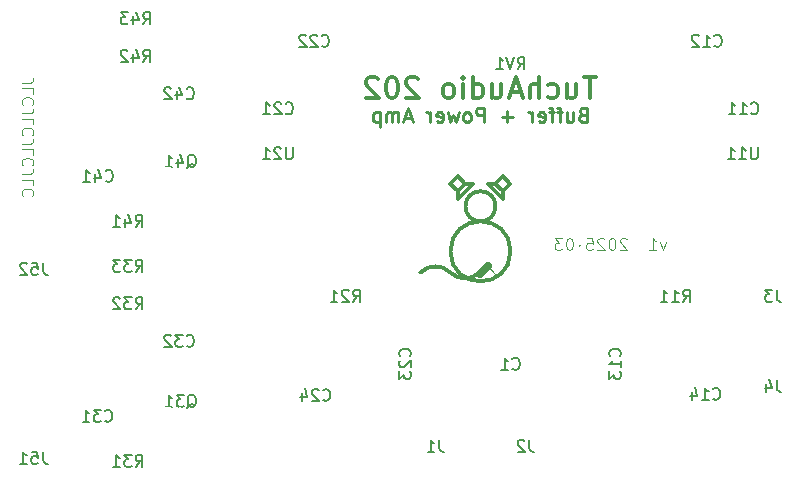
<source format=gbo>
G04 #@! TF.GenerationSoftware,KiCad,Pcbnew,8.0.9*
G04 #@! TF.CreationDate,2025-03-02T13:58:42+01:00*
G04 #@! TF.ProjectId,cjss202,636a7373-3230-4322-9e6b-696361645f70,rev?*
G04 #@! TF.SameCoordinates,Original*
G04 #@! TF.FileFunction,Legend,Bot*
G04 #@! TF.FilePolarity,Positive*
%FSLAX46Y46*%
G04 Gerber Fmt 4.6, Leading zero omitted, Abs format (unit mm)*
G04 Created by KiCad (PCBNEW 8.0.9) date 2025-03-02 13:58:42*
%MOMM*%
%LPD*%
G01*
G04 APERTURE LIST*
%ADD10C,0.300000*%
%ADD11C,0.100000*%
%ADD12C,0.700000*%
%ADD13C,0.240000*%
%ADD14C,0.360000*%
%ADD15C,0.150000*%
%ADD16C,1.600000*%
%ADD17R,1.700000X1.700000*%
%ADD18O,1.700000X1.700000*%
%ADD19R,1.200000X1.200000*%
%ADD20C,1.200000*%
%ADD21C,3.200000*%
%ADD22R,2.000000X2.000000*%
%ADD23C,2.000000*%
%ADD24O,1.600000X1.600000*%
%ADD25R,2.400000X2.400000*%
%ADD26C,2.400000*%
%ADD27C,2.340000*%
%ADD28R,1.050000X1.500000*%
%ADD29O,1.050000X1.500000*%
%ADD30R,1.600000X1.600000*%
%ADD31C,5.600000*%
G04 APERTURE END LIST*
D10*
X67256746Y-49365356D02*
G75*
G02*
X64769954Y-49421097I-1270046J1161056D01*
G01*
X65405000Y-43180000D02*
X66675000Y-41910000D01*
X69215000Y-42545000D02*
X69850000Y-41910000D01*
X67945000Y-41910000D02*
X68580000Y-42545000D01*
D11*
X67945000Y-48895000D02*
X68580000Y-49530000D01*
D10*
X69850000Y-47625000D02*
G75*
G02*
X64770000Y-47625000I-2540000J0D01*
G01*
X64770000Y-47625000D02*
G75*
G02*
X69850000Y-47625000I2540000J0D01*
G01*
X64770000Y-41910000D02*
X65405000Y-41275000D01*
X65405000Y-41275000D02*
X66040000Y-41910000D01*
X68580000Y-41910000D02*
X69215000Y-42545000D01*
X65405000Y-42545000D02*
X65405000Y-43180000D01*
X68580000Y-43815000D02*
G75*
G02*
X66040000Y-43815000I-1270000J0D01*
G01*
X66040000Y-43815000D02*
G75*
G02*
X68580000Y-43815000I1270000J0D01*
G01*
X69215000Y-41275000D02*
X68580000Y-41910000D01*
X65405000Y-42545000D02*
X64770000Y-41910000D01*
X69215000Y-43180000D02*
X69215000Y-42545000D01*
D12*
X67310000Y-49530000D02*
X67945000Y-48895000D01*
D10*
X66040000Y-41910000D02*
X65405000Y-42545000D01*
X69850000Y-41910000D02*
X69215000Y-41275000D01*
X66675000Y-41910000D02*
X66040000Y-41910000D01*
X68580000Y-41910000D02*
X67945000Y-41910000D01*
X68580000Y-42545000D02*
X69215000Y-43180000D01*
X62230000Y-49421051D02*
G75*
G02*
X64770000Y-49421051I1270000J-1270001D01*
G01*
D11*
X82976353Y-46830752D02*
X82738258Y-47497419D01*
X82738258Y-47497419D02*
X82500163Y-46830752D01*
X81595401Y-47497419D02*
X82166829Y-47497419D01*
X81881115Y-47497419D02*
X81881115Y-46497419D01*
X81881115Y-46497419D02*
X81976353Y-46640276D01*
X81976353Y-46640276D02*
X82071591Y-46735514D01*
X82071591Y-46735514D02*
X82166829Y-46783133D01*
X79690638Y-46592657D02*
X79643019Y-46545038D01*
X79643019Y-46545038D02*
X79547781Y-46497419D01*
X79547781Y-46497419D02*
X79309686Y-46497419D01*
X79309686Y-46497419D02*
X79214448Y-46545038D01*
X79214448Y-46545038D02*
X79166829Y-46592657D01*
X79166829Y-46592657D02*
X79119210Y-46687895D01*
X79119210Y-46687895D02*
X79119210Y-46783133D01*
X79119210Y-46783133D02*
X79166829Y-46925990D01*
X79166829Y-46925990D02*
X79738257Y-47497419D01*
X79738257Y-47497419D02*
X79119210Y-47497419D01*
X78500162Y-46497419D02*
X78404924Y-46497419D01*
X78404924Y-46497419D02*
X78309686Y-46545038D01*
X78309686Y-46545038D02*
X78262067Y-46592657D01*
X78262067Y-46592657D02*
X78214448Y-46687895D01*
X78214448Y-46687895D02*
X78166829Y-46878371D01*
X78166829Y-46878371D02*
X78166829Y-47116466D01*
X78166829Y-47116466D02*
X78214448Y-47306942D01*
X78214448Y-47306942D02*
X78262067Y-47402180D01*
X78262067Y-47402180D02*
X78309686Y-47449800D01*
X78309686Y-47449800D02*
X78404924Y-47497419D01*
X78404924Y-47497419D02*
X78500162Y-47497419D01*
X78500162Y-47497419D02*
X78595400Y-47449800D01*
X78595400Y-47449800D02*
X78643019Y-47402180D01*
X78643019Y-47402180D02*
X78690638Y-47306942D01*
X78690638Y-47306942D02*
X78738257Y-47116466D01*
X78738257Y-47116466D02*
X78738257Y-46878371D01*
X78738257Y-46878371D02*
X78690638Y-46687895D01*
X78690638Y-46687895D02*
X78643019Y-46592657D01*
X78643019Y-46592657D02*
X78595400Y-46545038D01*
X78595400Y-46545038D02*
X78500162Y-46497419D01*
X77785876Y-46592657D02*
X77738257Y-46545038D01*
X77738257Y-46545038D02*
X77643019Y-46497419D01*
X77643019Y-46497419D02*
X77404924Y-46497419D01*
X77404924Y-46497419D02*
X77309686Y-46545038D01*
X77309686Y-46545038D02*
X77262067Y-46592657D01*
X77262067Y-46592657D02*
X77214448Y-46687895D01*
X77214448Y-46687895D02*
X77214448Y-46783133D01*
X77214448Y-46783133D02*
X77262067Y-46925990D01*
X77262067Y-46925990D02*
X77833495Y-47497419D01*
X77833495Y-47497419D02*
X77214448Y-47497419D01*
X76309686Y-46497419D02*
X76785876Y-46497419D01*
X76785876Y-46497419D02*
X76833495Y-46973609D01*
X76833495Y-46973609D02*
X76785876Y-46925990D01*
X76785876Y-46925990D02*
X76690638Y-46878371D01*
X76690638Y-46878371D02*
X76452543Y-46878371D01*
X76452543Y-46878371D02*
X76357305Y-46925990D01*
X76357305Y-46925990D02*
X76309686Y-46973609D01*
X76309686Y-46973609D02*
X76262067Y-47068847D01*
X76262067Y-47068847D02*
X76262067Y-47306942D01*
X76262067Y-47306942D02*
X76309686Y-47402180D01*
X76309686Y-47402180D02*
X76357305Y-47449800D01*
X76357305Y-47449800D02*
X76452543Y-47497419D01*
X76452543Y-47497419D02*
X76690638Y-47497419D01*
X76690638Y-47497419D02*
X76785876Y-47449800D01*
X76785876Y-47449800D02*
X76833495Y-47402180D01*
X75690638Y-47068847D02*
X75738257Y-47116466D01*
X75738257Y-47116466D02*
X75690638Y-47164085D01*
X75690638Y-47164085D02*
X75643019Y-47116466D01*
X75643019Y-47116466D02*
X75690638Y-47068847D01*
X75690638Y-47068847D02*
X75690638Y-47164085D01*
X74881114Y-46497419D02*
X74785876Y-46497419D01*
X74785876Y-46497419D02*
X74690638Y-46545038D01*
X74690638Y-46545038D02*
X74643019Y-46592657D01*
X74643019Y-46592657D02*
X74595400Y-46687895D01*
X74595400Y-46687895D02*
X74547781Y-46878371D01*
X74547781Y-46878371D02*
X74547781Y-47116466D01*
X74547781Y-47116466D02*
X74595400Y-47306942D01*
X74595400Y-47306942D02*
X74643019Y-47402180D01*
X74643019Y-47402180D02*
X74690638Y-47449800D01*
X74690638Y-47449800D02*
X74785876Y-47497419D01*
X74785876Y-47497419D02*
X74881114Y-47497419D01*
X74881114Y-47497419D02*
X74976352Y-47449800D01*
X74976352Y-47449800D02*
X75023971Y-47402180D01*
X75023971Y-47402180D02*
X75071590Y-47306942D01*
X75071590Y-47306942D02*
X75119209Y-47116466D01*
X75119209Y-47116466D02*
X75119209Y-46878371D01*
X75119209Y-46878371D02*
X75071590Y-46687895D01*
X75071590Y-46687895D02*
X75023971Y-46592657D01*
X75023971Y-46592657D02*
X74976352Y-46545038D01*
X74976352Y-46545038D02*
X74881114Y-46497419D01*
X74214447Y-46497419D02*
X73595400Y-46497419D01*
X73595400Y-46497419D02*
X73928733Y-46878371D01*
X73928733Y-46878371D02*
X73785876Y-46878371D01*
X73785876Y-46878371D02*
X73690638Y-46925990D01*
X73690638Y-46925990D02*
X73643019Y-46973609D01*
X73643019Y-46973609D02*
X73595400Y-47068847D01*
X73595400Y-47068847D02*
X73595400Y-47306942D01*
X73595400Y-47306942D02*
X73643019Y-47402180D01*
X73643019Y-47402180D02*
X73690638Y-47449800D01*
X73690638Y-47449800D02*
X73785876Y-47497419D01*
X73785876Y-47497419D02*
X74071590Y-47497419D01*
X74071590Y-47497419D02*
X74166828Y-47449800D01*
X74166828Y-47449800D02*
X74214447Y-47402180D01*
D13*
X75967141Y-36042091D02*
X75795713Y-36099234D01*
X75795713Y-36099234D02*
X75738570Y-36156377D01*
X75738570Y-36156377D02*
X75681427Y-36270662D01*
X75681427Y-36270662D02*
X75681427Y-36442091D01*
X75681427Y-36442091D02*
X75738570Y-36556377D01*
X75738570Y-36556377D02*
X75795713Y-36613520D01*
X75795713Y-36613520D02*
X75909998Y-36670662D01*
X75909998Y-36670662D02*
X76367141Y-36670662D01*
X76367141Y-36670662D02*
X76367141Y-35470662D01*
X76367141Y-35470662D02*
X75967141Y-35470662D01*
X75967141Y-35470662D02*
X75852856Y-35527805D01*
X75852856Y-35527805D02*
X75795713Y-35584948D01*
X75795713Y-35584948D02*
X75738570Y-35699234D01*
X75738570Y-35699234D02*
X75738570Y-35813520D01*
X75738570Y-35813520D02*
X75795713Y-35927805D01*
X75795713Y-35927805D02*
X75852856Y-35984948D01*
X75852856Y-35984948D02*
X75967141Y-36042091D01*
X75967141Y-36042091D02*
X76367141Y-36042091D01*
X74652856Y-35870662D02*
X74652856Y-36670662D01*
X75167141Y-35870662D02*
X75167141Y-36499234D01*
X75167141Y-36499234D02*
X75109998Y-36613520D01*
X75109998Y-36613520D02*
X74995713Y-36670662D01*
X74995713Y-36670662D02*
X74824284Y-36670662D01*
X74824284Y-36670662D02*
X74709998Y-36613520D01*
X74709998Y-36613520D02*
X74652856Y-36556377D01*
X74252856Y-35870662D02*
X73795713Y-35870662D01*
X74081427Y-36670662D02*
X74081427Y-35642091D01*
X74081427Y-35642091D02*
X74024284Y-35527805D01*
X74024284Y-35527805D02*
X73909999Y-35470662D01*
X73909999Y-35470662D02*
X73795713Y-35470662D01*
X73567142Y-35870662D02*
X73109999Y-35870662D01*
X73395713Y-36670662D02*
X73395713Y-35642091D01*
X73395713Y-35642091D02*
X73338570Y-35527805D01*
X73338570Y-35527805D02*
X73224285Y-35470662D01*
X73224285Y-35470662D02*
X73109999Y-35470662D01*
X72252856Y-36613520D02*
X72367142Y-36670662D01*
X72367142Y-36670662D02*
X72595714Y-36670662D01*
X72595714Y-36670662D02*
X72709999Y-36613520D01*
X72709999Y-36613520D02*
X72767142Y-36499234D01*
X72767142Y-36499234D02*
X72767142Y-36042091D01*
X72767142Y-36042091D02*
X72709999Y-35927805D01*
X72709999Y-35927805D02*
X72595714Y-35870662D01*
X72595714Y-35870662D02*
X72367142Y-35870662D01*
X72367142Y-35870662D02*
X72252856Y-35927805D01*
X72252856Y-35927805D02*
X72195714Y-36042091D01*
X72195714Y-36042091D02*
X72195714Y-36156377D01*
X72195714Y-36156377D02*
X72767142Y-36270662D01*
X71681428Y-36670662D02*
X71681428Y-35870662D01*
X71681428Y-36099234D02*
X71624285Y-35984948D01*
X71624285Y-35984948D02*
X71567143Y-35927805D01*
X71567143Y-35927805D02*
X71452857Y-35870662D01*
X71452857Y-35870662D02*
X71338571Y-35870662D01*
X70024285Y-36213520D02*
X69110000Y-36213520D01*
X69567142Y-36670662D02*
X69567142Y-35756377D01*
X67624285Y-36670662D02*
X67624285Y-35470662D01*
X67624285Y-35470662D02*
X67167142Y-35470662D01*
X67167142Y-35470662D02*
X67052857Y-35527805D01*
X67052857Y-35527805D02*
X66995714Y-35584948D01*
X66995714Y-35584948D02*
X66938571Y-35699234D01*
X66938571Y-35699234D02*
X66938571Y-35870662D01*
X66938571Y-35870662D02*
X66995714Y-35984948D01*
X66995714Y-35984948D02*
X67052857Y-36042091D01*
X67052857Y-36042091D02*
X67167142Y-36099234D01*
X67167142Y-36099234D02*
X67624285Y-36099234D01*
X66252857Y-36670662D02*
X66367142Y-36613520D01*
X66367142Y-36613520D02*
X66424285Y-36556377D01*
X66424285Y-36556377D02*
X66481428Y-36442091D01*
X66481428Y-36442091D02*
X66481428Y-36099234D01*
X66481428Y-36099234D02*
X66424285Y-35984948D01*
X66424285Y-35984948D02*
X66367142Y-35927805D01*
X66367142Y-35927805D02*
X66252857Y-35870662D01*
X66252857Y-35870662D02*
X66081428Y-35870662D01*
X66081428Y-35870662D02*
X65967142Y-35927805D01*
X65967142Y-35927805D02*
X65910000Y-35984948D01*
X65910000Y-35984948D02*
X65852857Y-36099234D01*
X65852857Y-36099234D02*
X65852857Y-36442091D01*
X65852857Y-36442091D02*
X65910000Y-36556377D01*
X65910000Y-36556377D02*
X65967142Y-36613520D01*
X65967142Y-36613520D02*
X66081428Y-36670662D01*
X66081428Y-36670662D02*
X66252857Y-36670662D01*
X65452857Y-35870662D02*
X65224286Y-36670662D01*
X65224286Y-36670662D02*
X64995714Y-36099234D01*
X64995714Y-36099234D02*
X64767143Y-36670662D01*
X64767143Y-36670662D02*
X64538571Y-35870662D01*
X63624285Y-36613520D02*
X63738571Y-36670662D01*
X63738571Y-36670662D02*
X63967143Y-36670662D01*
X63967143Y-36670662D02*
X64081428Y-36613520D01*
X64081428Y-36613520D02*
X64138571Y-36499234D01*
X64138571Y-36499234D02*
X64138571Y-36042091D01*
X64138571Y-36042091D02*
X64081428Y-35927805D01*
X64081428Y-35927805D02*
X63967143Y-35870662D01*
X63967143Y-35870662D02*
X63738571Y-35870662D01*
X63738571Y-35870662D02*
X63624285Y-35927805D01*
X63624285Y-35927805D02*
X63567143Y-36042091D01*
X63567143Y-36042091D02*
X63567143Y-36156377D01*
X63567143Y-36156377D02*
X64138571Y-36270662D01*
X63052857Y-36670662D02*
X63052857Y-35870662D01*
X63052857Y-36099234D02*
X62995714Y-35984948D01*
X62995714Y-35984948D02*
X62938572Y-35927805D01*
X62938572Y-35927805D02*
X62824286Y-35870662D01*
X62824286Y-35870662D02*
X62710000Y-35870662D01*
X61452857Y-36327805D02*
X60881429Y-36327805D01*
X61567143Y-36670662D02*
X61167143Y-35470662D01*
X61167143Y-35470662D02*
X60767143Y-36670662D01*
X60367143Y-36670662D02*
X60367143Y-35870662D01*
X60367143Y-35984948D02*
X60310000Y-35927805D01*
X60310000Y-35927805D02*
X60195715Y-35870662D01*
X60195715Y-35870662D02*
X60024286Y-35870662D01*
X60024286Y-35870662D02*
X59910000Y-35927805D01*
X59910000Y-35927805D02*
X59852858Y-36042091D01*
X59852858Y-36042091D02*
X59852858Y-36670662D01*
X59852858Y-36042091D02*
X59795715Y-35927805D01*
X59795715Y-35927805D02*
X59681429Y-35870662D01*
X59681429Y-35870662D02*
X59510000Y-35870662D01*
X59510000Y-35870662D02*
X59395715Y-35927805D01*
X59395715Y-35927805D02*
X59338572Y-36042091D01*
X59338572Y-36042091D02*
X59338572Y-36670662D01*
X58767143Y-35870662D02*
X58767143Y-37070662D01*
X58767143Y-35927805D02*
X58652858Y-35870662D01*
X58652858Y-35870662D02*
X58424286Y-35870662D01*
X58424286Y-35870662D02*
X58310000Y-35927805D01*
X58310000Y-35927805D02*
X58252858Y-35984948D01*
X58252858Y-35984948D02*
X58195715Y-36099234D01*
X58195715Y-36099234D02*
X58195715Y-36442091D01*
X58195715Y-36442091D02*
X58252858Y-36556377D01*
X58252858Y-36556377D02*
X58310000Y-36613520D01*
X58310000Y-36613520D02*
X58424286Y-36670662D01*
X58424286Y-36670662D02*
X58652858Y-36670662D01*
X58652858Y-36670662D02*
X58767143Y-36613520D01*
D14*
X77061729Y-32885994D02*
X76033158Y-32885994D01*
X76547443Y-34685994D02*
X76547443Y-32885994D01*
X74661729Y-33485994D02*
X74661729Y-34685994D01*
X75433157Y-33485994D02*
X75433157Y-34428851D01*
X75433157Y-34428851D02*
X75347443Y-34600280D01*
X75347443Y-34600280D02*
X75176014Y-34685994D01*
X75176014Y-34685994D02*
X74918871Y-34685994D01*
X74918871Y-34685994D02*
X74747443Y-34600280D01*
X74747443Y-34600280D02*
X74661729Y-34514565D01*
X73033158Y-34600280D02*
X73204586Y-34685994D01*
X73204586Y-34685994D02*
X73547443Y-34685994D01*
X73547443Y-34685994D02*
X73718872Y-34600280D01*
X73718872Y-34600280D02*
X73804586Y-34514565D01*
X73804586Y-34514565D02*
X73890300Y-34343137D01*
X73890300Y-34343137D02*
X73890300Y-33828851D01*
X73890300Y-33828851D02*
X73804586Y-33657422D01*
X73804586Y-33657422D02*
X73718872Y-33571708D01*
X73718872Y-33571708D02*
X73547443Y-33485994D01*
X73547443Y-33485994D02*
X73204586Y-33485994D01*
X73204586Y-33485994D02*
X73033158Y-33571708D01*
X72261729Y-34685994D02*
X72261729Y-32885994D01*
X71490301Y-34685994D02*
X71490301Y-33743137D01*
X71490301Y-33743137D02*
X71576015Y-33571708D01*
X71576015Y-33571708D02*
X71747443Y-33485994D01*
X71747443Y-33485994D02*
X72004586Y-33485994D01*
X72004586Y-33485994D02*
X72176015Y-33571708D01*
X72176015Y-33571708D02*
X72261729Y-33657422D01*
X70718872Y-34171708D02*
X69861730Y-34171708D01*
X70890301Y-34685994D02*
X70290301Y-32885994D01*
X70290301Y-32885994D02*
X69690301Y-34685994D01*
X68318873Y-33485994D02*
X68318873Y-34685994D01*
X69090301Y-33485994D02*
X69090301Y-34428851D01*
X69090301Y-34428851D02*
X69004587Y-34600280D01*
X69004587Y-34600280D02*
X68833158Y-34685994D01*
X68833158Y-34685994D02*
X68576015Y-34685994D01*
X68576015Y-34685994D02*
X68404587Y-34600280D01*
X68404587Y-34600280D02*
X68318873Y-34514565D01*
X66690302Y-34685994D02*
X66690302Y-32885994D01*
X66690302Y-34600280D02*
X66861730Y-34685994D01*
X66861730Y-34685994D02*
X67204587Y-34685994D01*
X67204587Y-34685994D02*
X67376016Y-34600280D01*
X67376016Y-34600280D02*
X67461730Y-34514565D01*
X67461730Y-34514565D02*
X67547444Y-34343137D01*
X67547444Y-34343137D02*
X67547444Y-33828851D01*
X67547444Y-33828851D02*
X67461730Y-33657422D01*
X67461730Y-33657422D02*
X67376016Y-33571708D01*
X67376016Y-33571708D02*
X67204587Y-33485994D01*
X67204587Y-33485994D02*
X66861730Y-33485994D01*
X66861730Y-33485994D02*
X66690302Y-33571708D01*
X65833159Y-34685994D02*
X65833159Y-33485994D01*
X65833159Y-32885994D02*
X65918873Y-32971708D01*
X65918873Y-32971708D02*
X65833159Y-33057422D01*
X65833159Y-33057422D02*
X65747445Y-32971708D01*
X65747445Y-32971708D02*
X65833159Y-32885994D01*
X65833159Y-32885994D02*
X65833159Y-33057422D01*
X64718873Y-34685994D02*
X64890302Y-34600280D01*
X64890302Y-34600280D02*
X64976016Y-34514565D01*
X64976016Y-34514565D02*
X65061730Y-34343137D01*
X65061730Y-34343137D02*
X65061730Y-33828851D01*
X65061730Y-33828851D02*
X64976016Y-33657422D01*
X64976016Y-33657422D02*
X64890302Y-33571708D01*
X64890302Y-33571708D02*
X64718873Y-33485994D01*
X64718873Y-33485994D02*
X64461730Y-33485994D01*
X64461730Y-33485994D02*
X64290302Y-33571708D01*
X64290302Y-33571708D02*
X64204588Y-33657422D01*
X64204588Y-33657422D02*
X64118873Y-33828851D01*
X64118873Y-33828851D02*
X64118873Y-34343137D01*
X64118873Y-34343137D02*
X64204588Y-34514565D01*
X64204588Y-34514565D02*
X64290302Y-34600280D01*
X64290302Y-34600280D02*
X64461730Y-34685994D01*
X64461730Y-34685994D02*
X64718873Y-34685994D01*
X62061730Y-33057422D02*
X61976016Y-32971708D01*
X61976016Y-32971708D02*
X61804588Y-32885994D01*
X61804588Y-32885994D02*
X61376016Y-32885994D01*
X61376016Y-32885994D02*
X61204588Y-32971708D01*
X61204588Y-32971708D02*
X61118873Y-33057422D01*
X61118873Y-33057422D02*
X61033159Y-33228851D01*
X61033159Y-33228851D02*
X61033159Y-33400280D01*
X61033159Y-33400280D02*
X61118873Y-33657422D01*
X61118873Y-33657422D02*
X62147445Y-34685994D01*
X62147445Y-34685994D02*
X61033159Y-34685994D01*
X59918873Y-32885994D02*
X59747444Y-32885994D01*
X59747444Y-32885994D02*
X59576016Y-32971708D01*
X59576016Y-32971708D02*
X59490302Y-33057422D01*
X59490302Y-33057422D02*
X59404587Y-33228851D01*
X59404587Y-33228851D02*
X59318873Y-33571708D01*
X59318873Y-33571708D02*
X59318873Y-34000280D01*
X59318873Y-34000280D02*
X59404587Y-34343137D01*
X59404587Y-34343137D02*
X59490302Y-34514565D01*
X59490302Y-34514565D02*
X59576016Y-34600280D01*
X59576016Y-34600280D02*
X59747444Y-34685994D01*
X59747444Y-34685994D02*
X59918873Y-34685994D01*
X59918873Y-34685994D02*
X60090302Y-34600280D01*
X60090302Y-34600280D02*
X60176016Y-34514565D01*
X60176016Y-34514565D02*
X60261730Y-34343137D01*
X60261730Y-34343137D02*
X60347444Y-34000280D01*
X60347444Y-34000280D02*
X60347444Y-33571708D01*
X60347444Y-33571708D02*
X60261730Y-33228851D01*
X60261730Y-33228851D02*
X60176016Y-33057422D01*
X60176016Y-33057422D02*
X60090302Y-32971708D01*
X60090302Y-32971708D02*
X59918873Y-32885994D01*
X58633158Y-33057422D02*
X58547444Y-32971708D01*
X58547444Y-32971708D02*
X58376016Y-32885994D01*
X58376016Y-32885994D02*
X57947444Y-32885994D01*
X57947444Y-32885994D02*
X57776016Y-32971708D01*
X57776016Y-32971708D02*
X57690301Y-33057422D01*
X57690301Y-33057422D02*
X57604587Y-33228851D01*
X57604587Y-33228851D02*
X57604587Y-33400280D01*
X57604587Y-33400280D02*
X57690301Y-33657422D01*
X57690301Y-33657422D02*
X58718873Y-34685994D01*
X58718873Y-34685994D02*
X57604587Y-34685994D01*
D11*
X28463419Y-33355598D02*
X29177704Y-33355598D01*
X29177704Y-33355598D02*
X29320561Y-33307979D01*
X29320561Y-33307979D02*
X29415800Y-33212741D01*
X29415800Y-33212741D02*
X29463419Y-33069884D01*
X29463419Y-33069884D02*
X29463419Y-32974646D01*
X29463419Y-34307979D02*
X29463419Y-33831789D01*
X29463419Y-33831789D02*
X28463419Y-33831789D01*
X29368180Y-35212741D02*
X29415800Y-35165122D01*
X29415800Y-35165122D02*
X29463419Y-35022265D01*
X29463419Y-35022265D02*
X29463419Y-34927027D01*
X29463419Y-34927027D02*
X29415800Y-34784170D01*
X29415800Y-34784170D02*
X29320561Y-34688932D01*
X29320561Y-34688932D02*
X29225323Y-34641313D01*
X29225323Y-34641313D02*
X29034847Y-34593694D01*
X29034847Y-34593694D02*
X28891990Y-34593694D01*
X28891990Y-34593694D02*
X28701514Y-34641313D01*
X28701514Y-34641313D02*
X28606276Y-34688932D01*
X28606276Y-34688932D02*
X28511038Y-34784170D01*
X28511038Y-34784170D02*
X28463419Y-34927027D01*
X28463419Y-34927027D02*
X28463419Y-35022265D01*
X28463419Y-35022265D02*
X28511038Y-35165122D01*
X28511038Y-35165122D02*
X28558657Y-35212741D01*
X28463419Y-35927027D02*
X29177704Y-35927027D01*
X29177704Y-35927027D02*
X29320561Y-35879408D01*
X29320561Y-35879408D02*
X29415800Y-35784170D01*
X29415800Y-35784170D02*
X29463419Y-35641313D01*
X29463419Y-35641313D02*
X29463419Y-35546075D01*
X29463419Y-36879408D02*
X29463419Y-36403218D01*
X29463419Y-36403218D02*
X28463419Y-36403218D01*
X29368180Y-37784170D02*
X29415800Y-37736551D01*
X29415800Y-37736551D02*
X29463419Y-37593694D01*
X29463419Y-37593694D02*
X29463419Y-37498456D01*
X29463419Y-37498456D02*
X29415800Y-37355599D01*
X29415800Y-37355599D02*
X29320561Y-37260361D01*
X29320561Y-37260361D02*
X29225323Y-37212742D01*
X29225323Y-37212742D02*
X29034847Y-37165123D01*
X29034847Y-37165123D02*
X28891990Y-37165123D01*
X28891990Y-37165123D02*
X28701514Y-37212742D01*
X28701514Y-37212742D02*
X28606276Y-37260361D01*
X28606276Y-37260361D02*
X28511038Y-37355599D01*
X28511038Y-37355599D02*
X28463419Y-37498456D01*
X28463419Y-37498456D02*
X28463419Y-37593694D01*
X28463419Y-37593694D02*
X28511038Y-37736551D01*
X28511038Y-37736551D02*
X28558657Y-37784170D01*
X28463419Y-38498456D02*
X29177704Y-38498456D01*
X29177704Y-38498456D02*
X29320561Y-38450837D01*
X29320561Y-38450837D02*
X29415800Y-38355599D01*
X29415800Y-38355599D02*
X29463419Y-38212742D01*
X29463419Y-38212742D02*
X29463419Y-38117504D01*
X29463419Y-39450837D02*
X29463419Y-38974647D01*
X29463419Y-38974647D02*
X28463419Y-38974647D01*
X29368180Y-40355599D02*
X29415800Y-40307980D01*
X29415800Y-40307980D02*
X29463419Y-40165123D01*
X29463419Y-40165123D02*
X29463419Y-40069885D01*
X29463419Y-40069885D02*
X29415800Y-39927028D01*
X29415800Y-39927028D02*
X29320561Y-39831790D01*
X29320561Y-39831790D02*
X29225323Y-39784171D01*
X29225323Y-39784171D02*
X29034847Y-39736552D01*
X29034847Y-39736552D02*
X28891990Y-39736552D01*
X28891990Y-39736552D02*
X28701514Y-39784171D01*
X28701514Y-39784171D02*
X28606276Y-39831790D01*
X28606276Y-39831790D02*
X28511038Y-39927028D01*
X28511038Y-39927028D02*
X28463419Y-40069885D01*
X28463419Y-40069885D02*
X28463419Y-40165123D01*
X28463419Y-40165123D02*
X28511038Y-40307980D01*
X28511038Y-40307980D02*
X28558657Y-40355599D01*
X28463419Y-41069885D02*
X29177704Y-41069885D01*
X29177704Y-41069885D02*
X29320561Y-41022266D01*
X29320561Y-41022266D02*
X29415800Y-40927028D01*
X29415800Y-40927028D02*
X29463419Y-40784171D01*
X29463419Y-40784171D02*
X29463419Y-40688933D01*
X29463419Y-42022266D02*
X29463419Y-41546076D01*
X29463419Y-41546076D02*
X28463419Y-41546076D01*
X29368180Y-42927028D02*
X29415800Y-42879409D01*
X29415800Y-42879409D02*
X29463419Y-42736552D01*
X29463419Y-42736552D02*
X29463419Y-42641314D01*
X29463419Y-42641314D02*
X29415800Y-42498457D01*
X29415800Y-42498457D02*
X29320561Y-42403219D01*
X29320561Y-42403219D02*
X29225323Y-42355600D01*
X29225323Y-42355600D02*
X29034847Y-42307981D01*
X29034847Y-42307981D02*
X28891990Y-42307981D01*
X28891990Y-42307981D02*
X28701514Y-42355600D01*
X28701514Y-42355600D02*
X28606276Y-42403219D01*
X28606276Y-42403219D02*
X28511038Y-42498457D01*
X28511038Y-42498457D02*
X28463419Y-42641314D01*
X28463419Y-42641314D02*
X28463419Y-42736552D01*
X28463419Y-42736552D02*
X28511038Y-42879409D01*
X28511038Y-42879409D02*
X28558657Y-42927028D01*
D15*
X35527857Y-61954580D02*
X35575476Y-62002200D01*
X35575476Y-62002200D02*
X35718333Y-62049819D01*
X35718333Y-62049819D02*
X35813571Y-62049819D01*
X35813571Y-62049819D02*
X35956428Y-62002200D01*
X35956428Y-62002200D02*
X36051666Y-61906961D01*
X36051666Y-61906961D02*
X36099285Y-61811723D01*
X36099285Y-61811723D02*
X36146904Y-61621247D01*
X36146904Y-61621247D02*
X36146904Y-61478390D01*
X36146904Y-61478390D02*
X36099285Y-61287914D01*
X36099285Y-61287914D02*
X36051666Y-61192676D01*
X36051666Y-61192676D02*
X35956428Y-61097438D01*
X35956428Y-61097438D02*
X35813571Y-61049819D01*
X35813571Y-61049819D02*
X35718333Y-61049819D01*
X35718333Y-61049819D02*
X35575476Y-61097438D01*
X35575476Y-61097438D02*
X35527857Y-61145057D01*
X35194523Y-61049819D02*
X34575476Y-61049819D01*
X34575476Y-61049819D02*
X34908809Y-61430771D01*
X34908809Y-61430771D02*
X34765952Y-61430771D01*
X34765952Y-61430771D02*
X34670714Y-61478390D01*
X34670714Y-61478390D02*
X34623095Y-61526009D01*
X34623095Y-61526009D02*
X34575476Y-61621247D01*
X34575476Y-61621247D02*
X34575476Y-61859342D01*
X34575476Y-61859342D02*
X34623095Y-61954580D01*
X34623095Y-61954580D02*
X34670714Y-62002200D01*
X34670714Y-62002200D02*
X34765952Y-62049819D01*
X34765952Y-62049819D02*
X35051666Y-62049819D01*
X35051666Y-62049819D02*
X35146904Y-62002200D01*
X35146904Y-62002200D02*
X35194523Y-61954580D01*
X33623095Y-62049819D02*
X34194523Y-62049819D01*
X33908809Y-62049819D02*
X33908809Y-61049819D01*
X33908809Y-61049819D02*
X34004047Y-61192676D01*
X34004047Y-61192676D02*
X34099285Y-61287914D01*
X34099285Y-61287914D02*
X34194523Y-61335533D01*
X79099580Y-56507142D02*
X79147200Y-56459523D01*
X79147200Y-56459523D02*
X79194819Y-56316666D01*
X79194819Y-56316666D02*
X79194819Y-56221428D01*
X79194819Y-56221428D02*
X79147200Y-56078571D01*
X79147200Y-56078571D02*
X79051961Y-55983333D01*
X79051961Y-55983333D02*
X78956723Y-55935714D01*
X78956723Y-55935714D02*
X78766247Y-55888095D01*
X78766247Y-55888095D02*
X78623390Y-55888095D01*
X78623390Y-55888095D02*
X78432914Y-55935714D01*
X78432914Y-55935714D02*
X78337676Y-55983333D01*
X78337676Y-55983333D02*
X78242438Y-56078571D01*
X78242438Y-56078571D02*
X78194819Y-56221428D01*
X78194819Y-56221428D02*
X78194819Y-56316666D01*
X78194819Y-56316666D02*
X78242438Y-56459523D01*
X78242438Y-56459523D02*
X78290057Y-56507142D01*
X79194819Y-57459523D02*
X79194819Y-56888095D01*
X79194819Y-57173809D02*
X78194819Y-57173809D01*
X78194819Y-57173809D02*
X78337676Y-57078571D01*
X78337676Y-57078571D02*
X78432914Y-56983333D01*
X78432914Y-56983333D02*
X78480533Y-56888095D01*
X78194819Y-57792857D02*
X78194819Y-58411904D01*
X78194819Y-58411904D02*
X78575771Y-58078571D01*
X78575771Y-58078571D02*
X78575771Y-58221428D01*
X78575771Y-58221428D02*
X78623390Y-58316666D01*
X78623390Y-58316666D02*
X78671009Y-58364285D01*
X78671009Y-58364285D02*
X78766247Y-58411904D01*
X78766247Y-58411904D02*
X79004342Y-58411904D01*
X79004342Y-58411904D02*
X79099580Y-58364285D01*
X79099580Y-58364285D02*
X79147200Y-58316666D01*
X79147200Y-58316666D02*
X79194819Y-58221428D01*
X79194819Y-58221428D02*
X79194819Y-57935714D01*
X79194819Y-57935714D02*
X79147200Y-57840476D01*
X79147200Y-57840476D02*
X79099580Y-57792857D01*
X30273523Y-48603819D02*
X30273523Y-49318104D01*
X30273523Y-49318104D02*
X30321142Y-49460961D01*
X30321142Y-49460961D02*
X30416380Y-49556200D01*
X30416380Y-49556200D02*
X30559237Y-49603819D01*
X30559237Y-49603819D02*
X30654475Y-49603819D01*
X29321142Y-48603819D02*
X29797332Y-48603819D01*
X29797332Y-48603819D02*
X29844951Y-49080009D01*
X29844951Y-49080009D02*
X29797332Y-49032390D01*
X29797332Y-49032390D02*
X29702094Y-48984771D01*
X29702094Y-48984771D02*
X29463999Y-48984771D01*
X29463999Y-48984771D02*
X29368761Y-49032390D01*
X29368761Y-49032390D02*
X29321142Y-49080009D01*
X29321142Y-49080009D02*
X29273523Y-49175247D01*
X29273523Y-49175247D02*
X29273523Y-49413342D01*
X29273523Y-49413342D02*
X29321142Y-49508580D01*
X29321142Y-49508580D02*
X29368761Y-49556200D01*
X29368761Y-49556200D02*
X29463999Y-49603819D01*
X29463999Y-49603819D02*
X29702094Y-49603819D01*
X29702094Y-49603819D02*
X29797332Y-49556200D01*
X29797332Y-49556200D02*
X29844951Y-49508580D01*
X28892570Y-48699057D02*
X28844951Y-48651438D01*
X28844951Y-48651438D02*
X28749713Y-48603819D01*
X28749713Y-48603819D02*
X28511618Y-48603819D01*
X28511618Y-48603819D02*
X28416380Y-48651438D01*
X28416380Y-48651438D02*
X28368761Y-48699057D01*
X28368761Y-48699057D02*
X28321142Y-48794295D01*
X28321142Y-48794295D02*
X28321142Y-48889533D01*
X28321142Y-48889533D02*
X28368761Y-49032390D01*
X28368761Y-49032390D02*
X28940189Y-49603819D01*
X28940189Y-49603819D02*
X28321142Y-49603819D01*
X87117857Y-30204580D02*
X87165476Y-30252200D01*
X87165476Y-30252200D02*
X87308333Y-30299819D01*
X87308333Y-30299819D02*
X87403571Y-30299819D01*
X87403571Y-30299819D02*
X87546428Y-30252200D01*
X87546428Y-30252200D02*
X87641666Y-30156961D01*
X87641666Y-30156961D02*
X87689285Y-30061723D01*
X87689285Y-30061723D02*
X87736904Y-29871247D01*
X87736904Y-29871247D02*
X87736904Y-29728390D01*
X87736904Y-29728390D02*
X87689285Y-29537914D01*
X87689285Y-29537914D02*
X87641666Y-29442676D01*
X87641666Y-29442676D02*
X87546428Y-29347438D01*
X87546428Y-29347438D02*
X87403571Y-29299819D01*
X87403571Y-29299819D02*
X87308333Y-29299819D01*
X87308333Y-29299819D02*
X87165476Y-29347438D01*
X87165476Y-29347438D02*
X87117857Y-29395057D01*
X86165476Y-30299819D02*
X86736904Y-30299819D01*
X86451190Y-30299819D02*
X86451190Y-29299819D01*
X86451190Y-29299819D02*
X86546428Y-29442676D01*
X86546428Y-29442676D02*
X86641666Y-29537914D01*
X86641666Y-29537914D02*
X86736904Y-29585533D01*
X85784523Y-29395057D02*
X85736904Y-29347438D01*
X85736904Y-29347438D02*
X85641666Y-29299819D01*
X85641666Y-29299819D02*
X85403571Y-29299819D01*
X85403571Y-29299819D02*
X85308333Y-29347438D01*
X85308333Y-29347438D02*
X85260714Y-29395057D01*
X85260714Y-29395057D02*
X85213095Y-29490295D01*
X85213095Y-29490295D02*
X85213095Y-29585533D01*
X85213095Y-29585533D02*
X85260714Y-29728390D01*
X85260714Y-29728390D02*
X85832142Y-30299819D01*
X85832142Y-30299819D02*
X85213095Y-30299819D01*
X35567857Y-41634580D02*
X35615476Y-41682200D01*
X35615476Y-41682200D02*
X35758333Y-41729819D01*
X35758333Y-41729819D02*
X35853571Y-41729819D01*
X35853571Y-41729819D02*
X35996428Y-41682200D01*
X35996428Y-41682200D02*
X36091666Y-41586961D01*
X36091666Y-41586961D02*
X36139285Y-41491723D01*
X36139285Y-41491723D02*
X36186904Y-41301247D01*
X36186904Y-41301247D02*
X36186904Y-41158390D01*
X36186904Y-41158390D02*
X36139285Y-40967914D01*
X36139285Y-40967914D02*
X36091666Y-40872676D01*
X36091666Y-40872676D02*
X35996428Y-40777438D01*
X35996428Y-40777438D02*
X35853571Y-40729819D01*
X35853571Y-40729819D02*
X35758333Y-40729819D01*
X35758333Y-40729819D02*
X35615476Y-40777438D01*
X35615476Y-40777438D02*
X35567857Y-40825057D01*
X34710714Y-41063152D02*
X34710714Y-41729819D01*
X34948809Y-40682200D02*
X35186904Y-41396485D01*
X35186904Y-41396485D02*
X34567857Y-41396485D01*
X33663095Y-41729819D02*
X34234523Y-41729819D01*
X33948809Y-41729819D02*
X33948809Y-40729819D01*
X33948809Y-40729819D02*
X34044047Y-40872676D01*
X34044047Y-40872676D02*
X34139285Y-40967914D01*
X34139285Y-40967914D02*
X34234523Y-41015533D01*
X42437857Y-34649580D02*
X42485476Y-34697200D01*
X42485476Y-34697200D02*
X42628333Y-34744819D01*
X42628333Y-34744819D02*
X42723571Y-34744819D01*
X42723571Y-34744819D02*
X42866428Y-34697200D01*
X42866428Y-34697200D02*
X42961666Y-34601961D01*
X42961666Y-34601961D02*
X43009285Y-34506723D01*
X43009285Y-34506723D02*
X43056904Y-34316247D01*
X43056904Y-34316247D02*
X43056904Y-34173390D01*
X43056904Y-34173390D02*
X43009285Y-33982914D01*
X43009285Y-33982914D02*
X42961666Y-33887676D01*
X42961666Y-33887676D02*
X42866428Y-33792438D01*
X42866428Y-33792438D02*
X42723571Y-33744819D01*
X42723571Y-33744819D02*
X42628333Y-33744819D01*
X42628333Y-33744819D02*
X42485476Y-33792438D01*
X42485476Y-33792438D02*
X42437857Y-33840057D01*
X41580714Y-34078152D02*
X41580714Y-34744819D01*
X41818809Y-33697200D02*
X42056904Y-34411485D01*
X42056904Y-34411485D02*
X41437857Y-34411485D01*
X41104523Y-33840057D02*
X41056904Y-33792438D01*
X41056904Y-33792438D02*
X40961666Y-33744819D01*
X40961666Y-33744819D02*
X40723571Y-33744819D01*
X40723571Y-33744819D02*
X40628333Y-33792438D01*
X40628333Y-33792438D02*
X40580714Y-33840057D01*
X40580714Y-33840057D02*
X40533095Y-33935295D01*
X40533095Y-33935295D02*
X40533095Y-34030533D01*
X40533095Y-34030533D02*
X40580714Y-34173390D01*
X40580714Y-34173390D02*
X41152142Y-34744819D01*
X41152142Y-34744819D02*
X40533095Y-34744819D01*
X30273523Y-64605819D02*
X30273523Y-65320104D01*
X30273523Y-65320104D02*
X30321142Y-65462961D01*
X30321142Y-65462961D02*
X30416380Y-65558200D01*
X30416380Y-65558200D02*
X30559237Y-65605819D01*
X30559237Y-65605819D02*
X30654475Y-65605819D01*
X29321142Y-64605819D02*
X29797332Y-64605819D01*
X29797332Y-64605819D02*
X29844951Y-65082009D01*
X29844951Y-65082009D02*
X29797332Y-65034390D01*
X29797332Y-65034390D02*
X29702094Y-64986771D01*
X29702094Y-64986771D02*
X29463999Y-64986771D01*
X29463999Y-64986771D02*
X29368761Y-65034390D01*
X29368761Y-65034390D02*
X29321142Y-65082009D01*
X29321142Y-65082009D02*
X29273523Y-65177247D01*
X29273523Y-65177247D02*
X29273523Y-65415342D01*
X29273523Y-65415342D02*
X29321142Y-65510580D01*
X29321142Y-65510580D02*
X29368761Y-65558200D01*
X29368761Y-65558200D02*
X29463999Y-65605819D01*
X29463999Y-65605819D02*
X29702094Y-65605819D01*
X29702094Y-65605819D02*
X29797332Y-65558200D01*
X29797332Y-65558200D02*
X29844951Y-65510580D01*
X28321142Y-65605819D02*
X28892570Y-65605819D01*
X28606856Y-65605819D02*
X28606856Y-64605819D01*
X28606856Y-64605819D02*
X28702094Y-64748676D01*
X28702094Y-64748676D02*
X28797332Y-64843914D01*
X28797332Y-64843914D02*
X28892570Y-64891533D01*
X71453333Y-63589819D02*
X71453333Y-64304104D01*
X71453333Y-64304104D02*
X71500952Y-64446961D01*
X71500952Y-64446961D02*
X71596190Y-64542200D01*
X71596190Y-64542200D02*
X71739047Y-64589819D01*
X71739047Y-64589819D02*
X71834285Y-64589819D01*
X71024761Y-63685057D02*
X70977142Y-63637438D01*
X70977142Y-63637438D02*
X70881904Y-63589819D01*
X70881904Y-63589819D02*
X70643809Y-63589819D01*
X70643809Y-63589819D02*
X70548571Y-63637438D01*
X70548571Y-63637438D02*
X70500952Y-63685057D01*
X70500952Y-63685057D02*
X70453333Y-63780295D01*
X70453333Y-63780295D02*
X70453333Y-63875533D01*
X70453333Y-63875533D02*
X70500952Y-64018390D01*
X70500952Y-64018390D02*
X71072380Y-64589819D01*
X71072380Y-64589819D02*
X70453333Y-64589819D01*
X92408333Y-58509819D02*
X92408333Y-59224104D01*
X92408333Y-59224104D02*
X92455952Y-59366961D01*
X92455952Y-59366961D02*
X92551190Y-59462200D01*
X92551190Y-59462200D02*
X92694047Y-59509819D01*
X92694047Y-59509819D02*
X92789285Y-59509819D01*
X91503571Y-58843152D02*
X91503571Y-59509819D01*
X91741666Y-58462200D02*
X91979761Y-59176485D01*
X91979761Y-59176485D02*
X91360714Y-59176485D01*
X53982857Y-60181903D02*
X54030476Y-60229523D01*
X54030476Y-60229523D02*
X54173333Y-60277142D01*
X54173333Y-60277142D02*
X54268571Y-60277142D01*
X54268571Y-60277142D02*
X54411428Y-60229523D01*
X54411428Y-60229523D02*
X54506666Y-60134284D01*
X54506666Y-60134284D02*
X54554285Y-60039046D01*
X54554285Y-60039046D02*
X54601904Y-59848570D01*
X54601904Y-59848570D02*
X54601904Y-59705713D01*
X54601904Y-59705713D02*
X54554285Y-59515237D01*
X54554285Y-59515237D02*
X54506666Y-59419999D01*
X54506666Y-59419999D02*
X54411428Y-59324761D01*
X54411428Y-59324761D02*
X54268571Y-59277142D01*
X54268571Y-59277142D02*
X54173333Y-59277142D01*
X54173333Y-59277142D02*
X54030476Y-59324761D01*
X54030476Y-59324761D02*
X53982857Y-59372380D01*
X53601904Y-59372380D02*
X53554285Y-59324761D01*
X53554285Y-59324761D02*
X53459047Y-59277142D01*
X53459047Y-59277142D02*
X53220952Y-59277142D01*
X53220952Y-59277142D02*
X53125714Y-59324761D01*
X53125714Y-59324761D02*
X53078095Y-59372380D01*
X53078095Y-59372380D02*
X53030476Y-59467618D01*
X53030476Y-59467618D02*
X53030476Y-59562856D01*
X53030476Y-59562856D02*
X53078095Y-59705713D01*
X53078095Y-59705713D02*
X53649523Y-60277142D01*
X53649523Y-60277142D02*
X53030476Y-60277142D01*
X52173333Y-59610475D02*
X52173333Y-60277142D01*
X52411428Y-59229523D02*
X52649523Y-59943808D01*
X52649523Y-59943808D02*
X52030476Y-59943808D01*
X84462857Y-51889819D02*
X84796190Y-51413628D01*
X85034285Y-51889819D02*
X85034285Y-50889819D01*
X85034285Y-50889819D02*
X84653333Y-50889819D01*
X84653333Y-50889819D02*
X84558095Y-50937438D01*
X84558095Y-50937438D02*
X84510476Y-50985057D01*
X84510476Y-50985057D02*
X84462857Y-51080295D01*
X84462857Y-51080295D02*
X84462857Y-51223152D01*
X84462857Y-51223152D02*
X84510476Y-51318390D01*
X84510476Y-51318390D02*
X84558095Y-51366009D01*
X84558095Y-51366009D02*
X84653333Y-51413628D01*
X84653333Y-51413628D02*
X85034285Y-51413628D01*
X83510476Y-51889819D02*
X84081904Y-51889819D01*
X83796190Y-51889819D02*
X83796190Y-50889819D01*
X83796190Y-50889819D02*
X83891428Y-51032676D01*
X83891428Y-51032676D02*
X83986666Y-51127914D01*
X83986666Y-51127914D02*
X84081904Y-51175533D01*
X82558095Y-51889819D02*
X83129523Y-51889819D01*
X82843809Y-51889819D02*
X82843809Y-50889819D01*
X82843809Y-50889819D02*
X82939047Y-51032676D01*
X82939047Y-51032676D02*
X83034285Y-51127914D01*
X83034285Y-51127914D02*
X83129523Y-51175533D01*
X38107857Y-52524819D02*
X38441190Y-52048628D01*
X38679285Y-52524819D02*
X38679285Y-51524819D01*
X38679285Y-51524819D02*
X38298333Y-51524819D01*
X38298333Y-51524819D02*
X38203095Y-51572438D01*
X38203095Y-51572438D02*
X38155476Y-51620057D01*
X38155476Y-51620057D02*
X38107857Y-51715295D01*
X38107857Y-51715295D02*
X38107857Y-51858152D01*
X38107857Y-51858152D02*
X38155476Y-51953390D01*
X38155476Y-51953390D02*
X38203095Y-52001009D01*
X38203095Y-52001009D02*
X38298333Y-52048628D01*
X38298333Y-52048628D02*
X38679285Y-52048628D01*
X37774523Y-51524819D02*
X37155476Y-51524819D01*
X37155476Y-51524819D02*
X37488809Y-51905771D01*
X37488809Y-51905771D02*
X37345952Y-51905771D01*
X37345952Y-51905771D02*
X37250714Y-51953390D01*
X37250714Y-51953390D02*
X37203095Y-52001009D01*
X37203095Y-52001009D02*
X37155476Y-52096247D01*
X37155476Y-52096247D02*
X37155476Y-52334342D01*
X37155476Y-52334342D02*
X37203095Y-52429580D01*
X37203095Y-52429580D02*
X37250714Y-52477200D01*
X37250714Y-52477200D02*
X37345952Y-52524819D01*
X37345952Y-52524819D02*
X37631666Y-52524819D01*
X37631666Y-52524819D02*
X37726904Y-52477200D01*
X37726904Y-52477200D02*
X37774523Y-52429580D01*
X36774523Y-51620057D02*
X36726904Y-51572438D01*
X36726904Y-51572438D02*
X36631666Y-51524819D01*
X36631666Y-51524819D02*
X36393571Y-51524819D01*
X36393571Y-51524819D02*
X36298333Y-51572438D01*
X36298333Y-51572438D02*
X36250714Y-51620057D01*
X36250714Y-51620057D02*
X36203095Y-51715295D01*
X36203095Y-51715295D02*
X36203095Y-51810533D01*
X36203095Y-51810533D02*
X36250714Y-51953390D01*
X36250714Y-51953390D02*
X36822142Y-52524819D01*
X36822142Y-52524819D02*
X36203095Y-52524819D01*
X87002857Y-60089580D02*
X87050476Y-60137200D01*
X87050476Y-60137200D02*
X87193333Y-60184819D01*
X87193333Y-60184819D02*
X87288571Y-60184819D01*
X87288571Y-60184819D02*
X87431428Y-60137200D01*
X87431428Y-60137200D02*
X87526666Y-60041961D01*
X87526666Y-60041961D02*
X87574285Y-59946723D01*
X87574285Y-59946723D02*
X87621904Y-59756247D01*
X87621904Y-59756247D02*
X87621904Y-59613390D01*
X87621904Y-59613390D02*
X87574285Y-59422914D01*
X87574285Y-59422914D02*
X87526666Y-59327676D01*
X87526666Y-59327676D02*
X87431428Y-59232438D01*
X87431428Y-59232438D02*
X87288571Y-59184819D01*
X87288571Y-59184819D02*
X87193333Y-59184819D01*
X87193333Y-59184819D02*
X87050476Y-59232438D01*
X87050476Y-59232438D02*
X87002857Y-59280057D01*
X86050476Y-60184819D02*
X86621904Y-60184819D01*
X86336190Y-60184819D02*
X86336190Y-59184819D01*
X86336190Y-59184819D02*
X86431428Y-59327676D01*
X86431428Y-59327676D02*
X86526666Y-59422914D01*
X86526666Y-59422914D02*
X86621904Y-59470533D01*
X85193333Y-59518152D02*
X85193333Y-60184819D01*
X85431428Y-59137200D02*
X85669523Y-59851485D01*
X85669523Y-59851485D02*
X85050476Y-59851485D01*
X38742857Y-28394819D02*
X39076190Y-27918628D01*
X39314285Y-28394819D02*
X39314285Y-27394819D01*
X39314285Y-27394819D02*
X38933333Y-27394819D01*
X38933333Y-27394819D02*
X38838095Y-27442438D01*
X38838095Y-27442438D02*
X38790476Y-27490057D01*
X38790476Y-27490057D02*
X38742857Y-27585295D01*
X38742857Y-27585295D02*
X38742857Y-27728152D01*
X38742857Y-27728152D02*
X38790476Y-27823390D01*
X38790476Y-27823390D02*
X38838095Y-27871009D01*
X38838095Y-27871009D02*
X38933333Y-27918628D01*
X38933333Y-27918628D02*
X39314285Y-27918628D01*
X37885714Y-27728152D02*
X37885714Y-28394819D01*
X38123809Y-27347200D02*
X38361904Y-28061485D01*
X38361904Y-28061485D02*
X37742857Y-28061485D01*
X37457142Y-27394819D02*
X36838095Y-27394819D01*
X36838095Y-27394819D02*
X37171428Y-27775771D01*
X37171428Y-27775771D02*
X37028571Y-27775771D01*
X37028571Y-27775771D02*
X36933333Y-27823390D01*
X36933333Y-27823390D02*
X36885714Y-27871009D01*
X36885714Y-27871009D02*
X36838095Y-27966247D01*
X36838095Y-27966247D02*
X36838095Y-28204342D01*
X36838095Y-28204342D02*
X36885714Y-28299580D01*
X36885714Y-28299580D02*
X36933333Y-28347200D01*
X36933333Y-28347200D02*
X37028571Y-28394819D01*
X37028571Y-28394819D02*
X37314285Y-28394819D01*
X37314285Y-28394819D02*
X37409523Y-28347200D01*
X37409523Y-28347200D02*
X37457142Y-28299580D01*
X70016666Y-57549580D02*
X70064285Y-57597200D01*
X70064285Y-57597200D02*
X70207142Y-57644819D01*
X70207142Y-57644819D02*
X70302380Y-57644819D01*
X70302380Y-57644819D02*
X70445237Y-57597200D01*
X70445237Y-57597200D02*
X70540475Y-57501961D01*
X70540475Y-57501961D02*
X70588094Y-57406723D01*
X70588094Y-57406723D02*
X70635713Y-57216247D01*
X70635713Y-57216247D02*
X70635713Y-57073390D01*
X70635713Y-57073390D02*
X70588094Y-56882914D01*
X70588094Y-56882914D02*
X70540475Y-56787676D01*
X70540475Y-56787676D02*
X70445237Y-56692438D01*
X70445237Y-56692438D02*
X70302380Y-56644819D01*
X70302380Y-56644819D02*
X70207142Y-56644819D01*
X70207142Y-56644819D02*
X70064285Y-56692438D01*
X70064285Y-56692438D02*
X70016666Y-56740057D01*
X69064285Y-57644819D02*
X69635713Y-57644819D01*
X69349999Y-57644819D02*
X69349999Y-56644819D01*
X69349999Y-56644819D02*
X69445237Y-56787676D01*
X69445237Y-56787676D02*
X69540475Y-56882914D01*
X69540475Y-56882914D02*
X69635713Y-56930533D01*
X70445238Y-32204819D02*
X70778571Y-31728628D01*
X71016666Y-32204819D02*
X71016666Y-31204819D01*
X71016666Y-31204819D02*
X70635714Y-31204819D01*
X70635714Y-31204819D02*
X70540476Y-31252438D01*
X70540476Y-31252438D02*
X70492857Y-31300057D01*
X70492857Y-31300057D02*
X70445238Y-31395295D01*
X70445238Y-31395295D02*
X70445238Y-31538152D01*
X70445238Y-31538152D02*
X70492857Y-31633390D01*
X70492857Y-31633390D02*
X70540476Y-31681009D01*
X70540476Y-31681009D02*
X70635714Y-31728628D01*
X70635714Y-31728628D02*
X71016666Y-31728628D01*
X70159523Y-31204819D02*
X69826190Y-32204819D01*
X69826190Y-32204819D02*
X69492857Y-31204819D01*
X68635714Y-32204819D02*
X69207142Y-32204819D01*
X68921428Y-32204819D02*
X68921428Y-31204819D01*
X68921428Y-31204819D02*
X69016666Y-31347676D01*
X69016666Y-31347676D02*
X69111904Y-31442914D01*
X69111904Y-31442914D02*
X69207142Y-31490533D01*
X42437857Y-55604580D02*
X42485476Y-55652200D01*
X42485476Y-55652200D02*
X42628333Y-55699819D01*
X42628333Y-55699819D02*
X42723571Y-55699819D01*
X42723571Y-55699819D02*
X42866428Y-55652200D01*
X42866428Y-55652200D02*
X42961666Y-55556961D01*
X42961666Y-55556961D02*
X43009285Y-55461723D01*
X43009285Y-55461723D02*
X43056904Y-55271247D01*
X43056904Y-55271247D02*
X43056904Y-55128390D01*
X43056904Y-55128390D02*
X43009285Y-54937914D01*
X43009285Y-54937914D02*
X42961666Y-54842676D01*
X42961666Y-54842676D02*
X42866428Y-54747438D01*
X42866428Y-54747438D02*
X42723571Y-54699819D01*
X42723571Y-54699819D02*
X42628333Y-54699819D01*
X42628333Y-54699819D02*
X42485476Y-54747438D01*
X42485476Y-54747438D02*
X42437857Y-54795057D01*
X42104523Y-54699819D02*
X41485476Y-54699819D01*
X41485476Y-54699819D02*
X41818809Y-55080771D01*
X41818809Y-55080771D02*
X41675952Y-55080771D01*
X41675952Y-55080771D02*
X41580714Y-55128390D01*
X41580714Y-55128390D02*
X41533095Y-55176009D01*
X41533095Y-55176009D02*
X41485476Y-55271247D01*
X41485476Y-55271247D02*
X41485476Y-55509342D01*
X41485476Y-55509342D02*
X41533095Y-55604580D01*
X41533095Y-55604580D02*
X41580714Y-55652200D01*
X41580714Y-55652200D02*
X41675952Y-55699819D01*
X41675952Y-55699819D02*
X41961666Y-55699819D01*
X41961666Y-55699819D02*
X42056904Y-55652200D01*
X42056904Y-55652200D02*
X42104523Y-55604580D01*
X41104523Y-54795057D02*
X41056904Y-54747438D01*
X41056904Y-54747438D02*
X40961666Y-54699819D01*
X40961666Y-54699819D02*
X40723571Y-54699819D01*
X40723571Y-54699819D02*
X40628333Y-54747438D01*
X40628333Y-54747438D02*
X40580714Y-54795057D01*
X40580714Y-54795057D02*
X40533095Y-54890295D01*
X40533095Y-54890295D02*
X40533095Y-54985533D01*
X40533095Y-54985533D02*
X40580714Y-55128390D01*
X40580714Y-55128390D02*
X41152142Y-55699819D01*
X41152142Y-55699819D02*
X40533095Y-55699819D01*
X53867857Y-30204580D02*
X53915476Y-30252200D01*
X53915476Y-30252200D02*
X54058333Y-30299819D01*
X54058333Y-30299819D02*
X54153571Y-30299819D01*
X54153571Y-30299819D02*
X54296428Y-30252200D01*
X54296428Y-30252200D02*
X54391666Y-30156961D01*
X54391666Y-30156961D02*
X54439285Y-30061723D01*
X54439285Y-30061723D02*
X54486904Y-29871247D01*
X54486904Y-29871247D02*
X54486904Y-29728390D01*
X54486904Y-29728390D02*
X54439285Y-29537914D01*
X54439285Y-29537914D02*
X54391666Y-29442676D01*
X54391666Y-29442676D02*
X54296428Y-29347438D01*
X54296428Y-29347438D02*
X54153571Y-29299819D01*
X54153571Y-29299819D02*
X54058333Y-29299819D01*
X54058333Y-29299819D02*
X53915476Y-29347438D01*
X53915476Y-29347438D02*
X53867857Y-29395057D01*
X53486904Y-29395057D02*
X53439285Y-29347438D01*
X53439285Y-29347438D02*
X53344047Y-29299819D01*
X53344047Y-29299819D02*
X53105952Y-29299819D01*
X53105952Y-29299819D02*
X53010714Y-29347438D01*
X53010714Y-29347438D02*
X52963095Y-29395057D01*
X52963095Y-29395057D02*
X52915476Y-29490295D01*
X52915476Y-29490295D02*
X52915476Y-29585533D01*
X52915476Y-29585533D02*
X52963095Y-29728390D01*
X52963095Y-29728390D02*
X53534523Y-30299819D01*
X53534523Y-30299819D02*
X52915476Y-30299819D01*
X52534523Y-29395057D02*
X52486904Y-29347438D01*
X52486904Y-29347438D02*
X52391666Y-29299819D01*
X52391666Y-29299819D02*
X52153571Y-29299819D01*
X52153571Y-29299819D02*
X52058333Y-29347438D01*
X52058333Y-29347438D02*
X52010714Y-29395057D01*
X52010714Y-29395057D02*
X51963095Y-29490295D01*
X51963095Y-29490295D02*
X51963095Y-29585533D01*
X51963095Y-29585533D02*
X52010714Y-29728390D01*
X52010714Y-29728390D02*
X52582142Y-30299819D01*
X52582142Y-30299819D02*
X51963095Y-30299819D01*
X38107857Y-65859819D02*
X38441190Y-65383628D01*
X38679285Y-65859819D02*
X38679285Y-64859819D01*
X38679285Y-64859819D02*
X38298333Y-64859819D01*
X38298333Y-64859819D02*
X38203095Y-64907438D01*
X38203095Y-64907438D02*
X38155476Y-64955057D01*
X38155476Y-64955057D02*
X38107857Y-65050295D01*
X38107857Y-65050295D02*
X38107857Y-65193152D01*
X38107857Y-65193152D02*
X38155476Y-65288390D01*
X38155476Y-65288390D02*
X38203095Y-65336009D01*
X38203095Y-65336009D02*
X38298333Y-65383628D01*
X38298333Y-65383628D02*
X38679285Y-65383628D01*
X37774523Y-64859819D02*
X37155476Y-64859819D01*
X37155476Y-64859819D02*
X37488809Y-65240771D01*
X37488809Y-65240771D02*
X37345952Y-65240771D01*
X37345952Y-65240771D02*
X37250714Y-65288390D01*
X37250714Y-65288390D02*
X37203095Y-65336009D01*
X37203095Y-65336009D02*
X37155476Y-65431247D01*
X37155476Y-65431247D02*
X37155476Y-65669342D01*
X37155476Y-65669342D02*
X37203095Y-65764580D01*
X37203095Y-65764580D02*
X37250714Y-65812200D01*
X37250714Y-65812200D02*
X37345952Y-65859819D01*
X37345952Y-65859819D02*
X37631666Y-65859819D01*
X37631666Y-65859819D02*
X37726904Y-65812200D01*
X37726904Y-65812200D02*
X37774523Y-65764580D01*
X36203095Y-65859819D02*
X36774523Y-65859819D01*
X36488809Y-65859819D02*
X36488809Y-64859819D01*
X36488809Y-64859819D02*
X36584047Y-65002676D01*
X36584047Y-65002676D02*
X36679285Y-65097914D01*
X36679285Y-65097914D02*
X36774523Y-65145533D01*
X42481428Y-40555057D02*
X42576666Y-40507438D01*
X42576666Y-40507438D02*
X42671904Y-40412200D01*
X42671904Y-40412200D02*
X42814761Y-40269342D01*
X42814761Y-40269342D02*
X42909999Y-40221723D01*
X42909999Y-40221723D02*
X43005237Y-40221723D01*
X42957618Y-40459819D02*
X43052856Y-40412200D01*
X43052856Y-40412200D02*
X43148094Y-40316961D01*
X43148094Y-40316961D02*
X43195713Y-40126485D01*
X43195713Y-40126485D02*
X43195713Y-39793152D01*
X43195713Y-39793152D02*
X43148094Y-39602676D01*
X43148094Y-39602676D02*
X43052856Y-39507438D01*
X43052856Y-39507438D02*
X42957618Y-39459819D01*
X42957618Y-39459819D02*
X42767142Y-39459819D01*
X42767142Y-39459819D02*
X42671904Y-39507438D01*
X42671904Y-39507438D02*
X42576666Y-39602676D01*
X42576666Y-39602676D02*
X42529047Y-39793152D01*
X42529047Y-39793152D02*
X42529047Y-40126485D01*
X42529047Y-40126485D02*
X42576666Y-40316961D01*
X42576666Y-40316961D02*
X42671904Y-40412200D01*
X42671904Y-40412200D02*
X42767142Y-40459819D01*
X42767142Y-40459819D02*
X42957618Y-40459819D01*
X41671904Y-39793152D02*
X41671904Y-40459819D01*
X41909999Y-39412200D02*
X42148094Y-40126485D01*
X42148094Y-40126485D02*
X41529047Y-40126485D01*
X40624285Y-40459819D02*
X41195713Y-40459819D01*
X40909999Y-40459819D02*
X40909999Y-39459819D01*
X40909999Y-39459819D02*
X41005237Y-39602676D01*
X41005237Y-39602676D02*
X41100475Y-39697914D01*
X41100475Y-39697914D02*
X41195713Y-39745533D01*
X56522857Y-51889819D02*
X56856190Y-51413628D01*
X57094285Y-51889819D02*
X57094285Y-50889819D01*
X57094285Y-50889819D02*
X56713333Y-50889819D01*
X56713333Y-50889819D02*
X56618095Y-50937438D01*
X56618095Y-50937438D02*
X56570476Y-50985057D01*
X56570476Y-50985057D02*
X56522857Y-51080295D01*
X56522857Y-51080295D02*
X56522857Y-51223152D01*
X56522857Y-51223152D02*
X56570476Y-51318390D01*
X56570476Y-51318390D02*
X56618095Y-51366009D01*
X56618095Y-51366009D02*
X56713333Y-51413628D01*
X56713333Y-51413628D02*
X57094285Y-51413628D01*
X56141904Y-50985057D02*
X56094285Y-50937438D01*
X56094285Y-50937438D02*
X55999047Y-50889819D01*
X55999047Y-50889819D02*
X55760952Y-50889819D01*
X55760952Y-50889819D02*
X55665714Y-50937438D01*
X55665714Y-50937438D02*
X55618095Y-50985057D01*
X55618095Y-50985057D02*
X55570476Y-51080295D01*
X55570476Y-51080295D02*
X55570476Y-51175533D01*
X55570476Y-51175533D02*
X55618095Y-51318390D01*
X55618095Y-51318390D02*
X56189523Y-51889819D01*
X56189523Y-51889819D02*
X55570476Y-51889819D01*
X54618095Y-51889819D02*
X55189523Y-51889819D01*
X54903809Y-51889819D02*
X54903809Y-50889819D01*
X54903809Y-50889819D02*
X54999047Y-51032676D01*
X54999047Y-51032676D02*
X55094285Y-51127914D01*
X55094285Y-51127914D02*
X55189523Y-51175533D01*
X61319580Y-56507142D02*
X61367200Y-56459523D01*
X61367200Y-56459523D02*
X61414819Y-56316666D01*
X61414819Y-56316666D02*
X61414819Y-56221428D01*
X61414819Y-56221428D02*
X61367200Y-56078571D01*
X61367200Y-56078571D02*
X61271961Y-55983333D01*
X61271961Y-55983333D02*
X61176723Y-55935714D01*
X61176723Y-55935714D02*
X60986247Y-55888095D01*
X60986247Y-55888095D02*
X60843390Y-55888095D01*
X60843390Y-55888095D02*
X60652914Y-55935714D01*
X60652914Y-55935714D02*
X60557676Y-55983333D01*
X60557676Y-55983333D02*
X60462438Y-56078571D01*
X60462438Y-56078571D02*
X60414819Y-56221428D01*
X60414819Y-56221428D02*
X60414819Y-56316666D01*
X60414819Y-56316666D02*
X60462438Y-56459523D01*
X60462438Y-56459523D02*
X60510057Y-56507142D01*
X60510057Y-56888095D02*
X60462438Y-56935714D01*
X60462438Y-56935714D02*
X60414819Y-57030952D01*
X60414819Y-57030952D02*
X60414819Y-57269047D01*
X60414819Y-57269047D02*
X60462438Y-57364285D01*
X60462438Y-57364285D02*
X60510057Y-57411904D01*
X60510057Y-57411904D02*
X60605295Y-57459523D01*
X60605295Y-57459523D02*
X60700533Y-57459523D01*
X60700533Y-57459523D02*
X60843390Y-57411904D01*
X60843390Y-57411904D02*
X61414819Y-56840476D01*
X61414819Y-56840476D02*
X61414819Y-57459523D01*
X60414819Y-57792857D02*
X60414819Y-58411904D01*
X60414819Y-58411904D02*
X60795771Y-58078571D01*
X60795771Y-58078571D02*
X60795771Y-58221428D01*
X60795771Y-58221428D02*
X60843390Y-58316666D01*
X60843390Y-58316666D02*
X60891009Y-58364285D01*
X60891009Y-58364285D02*
X60986247Y-58411904D01*
X60986247Y-58411904D02*
X61224342Y-58411904D01*
X61224342Y-58411904D02*
X61319580Y-58364285D01*
X61319580Y-58364285D02*
X61367200Y-58316666D01*
X61367200Y-58316666D02*
X61414819Y-58221428D01*
X61414819Y-58221428D02*
X61414819Y-57935714D01*
X61414819Y-57935714D02*
X61367200Y-57840476D01*
X61367200Y-57840476D02*
X61319580Y-57792857D01*
X50807857Y-35919580D02*
X50855476Y-35967200D01*
X50855476Y-35967200D02*
X50998333Y-36014819D01*
X50998333Y-36014819D02*
X51093571Y-36014819D01*
X51093571Y-36014819D02*
X51236428Y-35967200D01*
X51236428Y-35967200D02*
X51331666Y-35871961D01*
X51331666Y-35871961D02*
X51379285Y-35776723D01*
X51379285Y-35776723D02*
X51426904Y-35586247D01*
X51426904Y-35586247D02*
X51426904Y-35443390D01*
X51426904Y-35443390D02*
X51379285Y-35252914D01*
X51379285Y-35252914D02*
X51331666Y-35157676D01*
X51331666Y-35157676D02*
X51236428Y-35062438D01*
X51236428Y-35062438D02*
X51093571Y-35014819D01*
X51093571Y-35014819D02*
X50998333Y-35014819D01*
X50998333Y-35014819D02*
X50855476Y-35062438D01*
X50855476Y-35062438D02*
X50807857Y-35110057D01*
X50426904Y-35110057D02*
X50379285Y-35062438D01*
X50379285Y-35062438D02*
X50284047Y-35014819D01*
X50284047Y-35014819D02*
X50045952Y-35014819D01*
X50045952Y-35014819D02*
X49950714Y-35062438D01*
X49950714Y-35062438D02*
X49903095Y-35110057D01*
X49903095Y-35110057D02*
X49855476Y-35205295D01*
X49855476Y-35205295D02*
X49855476Y-35300533D01*
X49855476Y-35300533D02*
X49903095Y-35443390D01*
X49903095Y-35443390D02*
X50474523Y-36014819D01*
X50474523Y-36014819D02*
X49855476Y-36014819D01*
X48903095Y-36014819D02*
X49474523Y-36014819D01*
X49188809Y-36014819D02*
X49188809Y-35014819D01*
X49188809Y-35014819D02*
X49284047Y-35157676D01*
X49284047Y-35157676D02*
X49379285Y-35252914D01*
X49379285Y-35252914D02*
X49474523Y-35300533D01*
X38742857Y-31569819D02*
X39076190Y-31093628D01*
X39314285Y-31569819D02*
X39314285Y-30569819D01*
X39314285Y-30569819D02*
X38933333Y-30569819D01*
X38933333Y-30569819D02*
X38838095Y-30617438D01*
X38838095Y-30617438D02*
X38790476Y-30665057D01*
X38790476Y-30665057D02*
X38742857Y-30760295D01*
X38742857Y-30760295D02*
X38742857Y-30903152D01*
X38742857Y-30903152D02*
X38790476Y-30998390D01*
X38790476Y-30998390D02*
X38838095Y-31046009D01*
X38838095Y-31046009D02*
X38933333Y-31093628D01*
X38933333Y-31093628D02*
X39314285Y-31093628D01*
X37885714Y-30903152D02*
X37885714Y-31569819D01*
X38123809Y-30522200D02*
X38361904Y-31236485D01*
X38361904Y-31236485D02*
X37742857Y-31236485D01*
X37409523Y-30665057D02*
X37361904Y-30617438D01*
X37361904Y-30617438D02*
X37266666Y-30569819D01*
X37266666Y-30569819D02*
X37028571Y-30569819D01*
X37028571Y-30569819D02*
X36933333Y-30617438D01*
X36933333Y-30617438D02*
X36885714Y-30665057D01*
X36885714Y-30665057D02*
X36838095Y-30760295D01*
X36838095Y-30760295D02*
X36838095Y-30855533D01*
X36838095Y-30855533D02*
X36885714Y-30998390D01*
X36885714Y-30998390D02*
X37457142Y-31569819D01*
X37457142Y-31569819D02*
X36838095Y-31569819D01*
X42481428Y-60875057D02*
X42576666Y-60827438D01*
X42576666Y-60827438D02*
X42671904Y-60732200D01*
X42671904Y-60732200D02*
X42814761Y-60589342D01*
X42814761Y-60589342D02*
X42909999Y-60541723D01*
X42909999Y-60541723D02*
X43005237Y-60541723D01*
X42957618Y-60779819D02*
X43052856Y-60732200D01*
X43052856Y-60732200D02*
X43148094Y-60636961D01*
X43148094Y-60636961D02*
X43195713Y-60446485D01*
X43195713Y-60446485D02*
X43195713Y-60113152D01*
X43195713Y-60113152D02*
X43148094Y-59922676D01*
X43148094Y-59922676D02*
X43052856Y-59827438D01*
X43052856Y-59827438D02*
X42957618Y-59779819D01*
X42957618Y-59779819D02*
X42767142Y-59779819D01*
X42767142Y-59779819D02*
X42671904Y-59827438D01*
X42671904Y-59827438D02*
X42576666Y-59922676D01*
X42576666Y-59922676D02*
X42529047Y-60113152D01*
X42529047Y-60113152D02*
X42529047Y-60446485D01*
X42529047Y-60446485D02*
X42576666Y-60636961D01*
X42576666Y-60636961D02*
X42671904Y-60732200D01*
X42671904Y-60732200D02*
X42767142Y-60779819D01*
X42767142Y-60779819D02*
X42957618Y-60779819D01*
X42195713Y-59779819D02*
X41576666Y-59779819D01*
X41576666Y-59779819D02*
X41909999Y-60160771D01*
X41909999Y-60160771D02*
X41767142Y-60160771D01*
X41767142Y-60160771D02*
X41671904Y-60208390D01*
X41671904Y-60208390D02*
X41624285Y-60256009D01*
X41624285Y-60256009D02*
X41576666Y-60351247D01*
X41576666Y-60351247D02*
X41576666Y-60589342D01*
X41576666Y-60589342D02*
X41624285Y-60684580D01*
X41624285Y-60684580D02*
X41671904Y-60732200D01*
X41671904Y-60732200D02*
X41767142Y-60779819D01*
X41767142Y-60779819D02*
X42052856Y-60779819D01*
X42052856Y-60779819D02*
X42148094Y-60732200D01*
X42148094Y-60732200D02*
X42195713Y-60684580D01*
X40624285Y-60779819D02*
X41195713Y-60779819D01*
X40909999Y-60779819D02*
X40909999Y-59779819D01*
X40909999Y-59779819D02*
X41005237Y-59922676D01*
X41005237Y-59922676D02*
X41100475Y-60017914D01*
X41100475Y-60017914D02*
X41195713Y-60065533D01*
X51403094Y-38824819D02*
X51403094Y-39634342D01*
X51403094Y-39634342D02*
X51355475Y-39729580D01*
X51355475Y-39729580D02*
X51307856Y-39777200D01*
X51307856Y-39777200D02*
X51212618Y-39824819D01*
X51212618Y-39824819D02*
X51022142Y-39824819D01*
X51022142Y-39824819D02*
X50926904Y-39777200D01*
X50926904Y-39777200D02*
X50879285Y-39729580D01*
X50879285Y-39729580D02*
X50831666Y-39634342D01*
X50831666Y-39634342D02*
X50831666Y-38824819D01*
X50403094Y-38920057D02*
X50355475Y-38872438D01*
X50355475Y-38872438D02*
X50260237Y-38824819D01*
X50260237Y-38824819D02*
X50022142Y-38824819D01*
X50022142Y-38824819D02*
X49926904Y-38872438D01*
X49926904Y-38872438D02*
X49879285Y-38920057D01*
X49879285Y-38920057D02*
X49831666Y-39015295D01*
X49831666Y-39015295D02*
X49831666Y-39110533D01*
X49831666Y-39110533D02*
X49879285Y-39253390D01*
X49879285Y-39253390D02*
X50450713Y-39824819D01*
X50450713Y-39824819D02*
X49831666Y-39824819D01*
X48879285Y-39824819D02*
X49450713Y-39824819D01*
X49164999Y-39824819D02*
X49164999Y-38824819D01*
X49164999Y-38824819D02*
X49260237Y-38967676D01*
X49260237Y-38967676D02*
X49355475Y-39062914D01*
X49355475Y-39062914D02*
X49450713Y-39110533D01*
X38107857Y-49349819D02*
X38441190Y-48873628D01*
X38679285Y-49349819D02*
X38679285Y-48349819D01*
X38679285Y-48349819D02*
X38298333Y-48349819D01*
X38298333Y-48349819D02*
X38203095Y-48397438D01*
X38203095Y-48397438D02*
X38155476Y-48445057D01*
X38155476Y-48445057D02*
X38107857Y-48540295D01*
X38107857Y-48540295D02*
X38107857Y-48683152D01*
X38107857Y-48683152D02*
X38155476Y-48778390D01*
X38155476Y-48778390D02*
X38203095Y-48826009D01*
X38203095Y-48826009D02*
X38298333Y-48873628D01*
X38298333Y-48873628D02*
X38679285Y-48873628D01*
X37774523Y-48349819D02*
X37155476Y-48349819D01*
X37155476Y-48349819D02*
X37488809Y-48730771D01*
X37488809Y-48730771D02*
X37345952Y-48730771D01*
X37345952Y-48730771D02*
X37250714Y-48778390D01*
X37250714Y-48778390D02*
X37203095Y-48826009D01*
X37203095Y-48826009D02*
X37155476Y-48921247D01*
X37155476Y-48921247D02*
X37155476Y-49159342D01*
X37155476Y-49159342D02*
X37203095Y-49254580D01*
X37203095Y-49254580D02*
X37250714Y-49302200D01*
X37250714Y-49302200D02*
X37345952Y-49349819D01*
X37345952Y-49349819D02*
X37631666Y-49349819D01*
X37631666Y-49349819D02*
X37726904Y-49302200D01*
X37726904Y-49302200D02*
X37774523Y-49254580D01*
X36822142Y-48349819D02*
X36203095Y-48349819D01*
X36203095Y-48349819D02*
X36536428Y-48730771D01*
X36536428Y-48730771D02*
X36393571Y-48730771D01*
X36393571Y-48730771D02*
X36298333Y-48778390D01*
X36298333Y-48778390D02*
X36250714Y-48826009D01*
X36250714Y-48826009D02*
X36203095Y-48921247D01*
X36203095Y-48921247D02*
X36203095Y-49159342D01*
X36203095Y-49159342D02*
X36250714Y-49254580D01*
X36250714Y-49254580D02*
X36298333Y-49302200D01*
X36298333Y-49302200D02*
X36393571Y-49349819D01*
X36393571Y-49349819D02*
X36679285Y-49349819D01*
X36679285Y-49349819D02*
X36774523Y-49302200D01*
X36774523Y-49302200D02*
X36822142Y-49254580D01*
X90217857Y-35919580D02*
X90265476Y-35967200D01*
X90265476Y-35967200D02*
X90408333Y-36014819D01*
X90408333Y-36014819D02*
X90503571Y-36014819D01*
X90503571Y-36014819D02*
X90646428Y-35967200D01*
X90646428Y-35967200D02*
X90741666Y-35871961D01*
X90741666Y-35871961D02*
X90789285Y-35776723D01*
X90789285Y-35776723D02*
X90836904Y-35586247D01*
X90836904Y-35586247D02*
X90836904Y-35443390D01*
X90836904Y-35443390D02*
X90789285Y-35252914D01*
X90789285Y-35252914D02*
X90741666Y-35157676D01*
X90741666Y-35157676D02*
X90646428Y-35062438D01*
X90646428Y-35062438D02*
X90503571Y-35014819D01*
X90503571Y-35014819D02*
X90408333Y-35014819D01*
X90408333Y-35014819D02*
X90265476Y-35062438D01*
X90265476Y-35062438D02*
X90217857Y-35110057D01*
X89265476Y-36014819D02*
X89836904Y-36014819D01*
X89551190Y-36014819D02*
X89551190Y-35014819D01*
X89551190Y-35014819D02*
X89646428Y-35157676D01*
X89646428Y-35157676D02*
X89741666Y-35252914D01*
X89741666Y-35252914D02*
X89836904Y-35300533D01*
X88313095Y-36014819D02*
X88884523Y-36014819D01*
X88598809Y-36014819D02*
X88598809Y-35014819D01*
X88598809Y-35014819D02*
X88694047Y-35157676D01*
X88694047Y-35157676D02*
X88789285Y-35252914D01*
X88789285Y-35252914D02*
X88884523Y-35300533D01*
X92408333Y-50889819D02*
X92408333Y-51604104D01*
X92408333Y-51604104D02*
X92455952Y-51746961D01*
X92455952Y-51746961D02*
X92551190Y-51842200D01*
X92551190Y-51842200D02*
X92694047Y-51889819D01*
X92694047Y-51889819D02*
X92789285Y-51889819D01*
X92027380Y-50889819D02*
X91408333Y-50889819D01*
X91408333Y-50889819D02*
X91741666Y-51270771D01*
X91741666Y-51270771D02*
X91598809Y-51270771D01*
X91598809Y-51270771D02*
X91503571Y-51318390D01*
X91503571Y-51318390D02*
X91455952Y-51366009D01*
X91455952Y-51366009D02*
X91408333Y-51461247D01*
X91408333Y-51461247D02*
X91408333Y-51699342D01*
X91408333Y-51699342D02*
X91455952Y-51794580D01*
X91455952Y-51794580D02*
X91503571Y-51842200D01*
X91503571Y-51842200D02*
X91598809Y-51889819D01*
X91598809Y-51889819D02*
X91884523Y-51889819D01*
X91884523Y-51889819D02*
X91979761Y-51842200D01*
X91979761Y-51842200D02*
X92027380Y-51794580D01*
X90773094Y-38824819D02*
X90773094Y-39634342D01*
X90773094Y-39634342D02*
X90725475Y-39729580D01*
X90725475Y-39729580D02*
X90677856Y-39777200D01*
X90677856Y-39777200D02*
X90582618Y-39824819D01*
X90582618Y-39824819D02*
X90392142Y-39824819D01*
X90392142Y-39824819D02*
X90296904Y-39777200D01*
X90296904Y-39777200D02*
X90249285Y-39729580D01*
X90249285Y-39729580D02*
X90201666Y-39634342D01*
X90201666Y-39634342D02*
X90201666Y-38824819D01*
X89201666Y-39824819D02*
X89773094Y-39824819D01*
X89487380Y-39824819D02*
X89487380Y-38824819D01*
X89487380Y-38824819D02*
X89582618Y-38967676D01*
X89582618Y-38967676D02*
X89677856Y-39062914D01*
X89677856Y-39062914D02*
X89773094Y-39110533D01*
X88249285Y-39824819D02*
X88820713Y-39824819D01*
X88534999Y-39824819D02*
X88534999Y-38824819D01*
X88534999Y-38824819D02*
X88630237Y-38967676D01*
X88630237Y-38967676D02*
X88725475Y-39062914D01*
X88725475Y-39062914D02*
X88820713Y-39110533D01*
X38107857Y-45539819D02*
X38441190Y-45063628D01*
X38679285Y-45539819D02*
X38679285Y-44539819D01*
X38679285Y-44539819D02*
X38298333Y-44539819D01*
X38298333Y-44539819D02*
X38203095Y-44587438D01*
X38203095Y-44587438D02*
X38155476Y-44635057D01*
X38155476Y-44635057D02*
X38107857Y-44730295D01*
X38107857Y-44730295D02*
X38107857Y-44873152D01*
X38107857Y-44873152D02*
X38155476Y-44968390D01*
X38155476Y-44968390D02*
X38203095Y-45016009D01*
X38203095Y-45016009D02*
X38298333Y-45063628D01*
X38298333Y-45063628D02*
X38679285Y-45063628D01*
X37250714Y-44873152D02*
X37250714Y-45539819D01*
X37488809Y-44492200D02*
X37726904Y-45206485D01*
X37726904Y-45206485D02*
X37107857Y-45206485D01*
X36203095Y-45539819D02*
X36774523Y-45539819D01*
X36488809Y-45539819D02*
X36488809Y-44539819D01*
X36488809Y-44539819D02*
X36584047Y-44682676D01*
X36584047Y-44682676D02*
X36679285Y-44777914D01*
X36679285Y-44777914D02*
X36774523Y-44825533D01*
X63833333Y-63589819D02*
X63833333Y-64304104D01*
X63833333Y-64304104D02*
X63880952Y-64446961D01*
X63880952Y-64446961D02*
X63976190Y-64542200D01*
X63976190Y-64542200D02*
X64119047Y-64589819D01*
X64119047Y-64589819D02*
X64214285Y-64589819D01*
X62833333Y-64589819D02*
X63404761Y-64589819D01*
X63119047Y-64589819D02*
X63119047Y-63589819D01*
X63119047Y-63589819D02*
X63214285Y-63732676D01*
X63214285Y-63732676D02*
X63309523Y-63827914D01*
X63309523Y-63827914D02*
X63404761Y-63875533D01*
%LPC*%
D16*
X32385000Y-61595000D03*
X37385000Y-61595000D03*
X78740000Y-54650000D03*
X78740000Y-59650000D03*
D17*
X29101051Y-53340000D03*
D18*
X29101051Y-50800000D03*
D19*
X87225000Y-31115000D03*
D20*
X85725000Y-31115000D03*
D16*
X32425000Y-41275000D03*
X37425000Y-41275000D03*
D19*
X41045000Y-35560000D03*
D20*
X42545000Y-35560000D03*
D21*
X78740000Y-64770000D03*
D17*
X29101051Y-63500000D03*
D18*
X29101051Y-60960000D03*
X29101051Y-58420000D03*
D17*
X71120000Y-66040000D03*
D18*
X68580000Y-66040000D03*
D17*
X93980000Y-59055000D03*
D18*
X93980000Y-61595000D03*
X93980000Y-64135000D03*
D22*
X53340000Y-57322323D03*
D23*
X53340000Y-62322323D03*
D16*
X88900000Y-51435000D03*
D24*
X78740000Y-51435000D03*
D16*
X32385000Y-52070000D03*
D24*
X42545000Y-52070000D03*
D22*
X86360000Y-57230000D03*
D23*
X86360000Y-62230000D03*
D16*
X43180000Y-27940000D03*
D24*
X33020000Y-27940000D03*
D25*
X69850000Y-54690000D03*
D26*
X69850000Y-59690000D03*
D27*
X74930000Y-39370000D03*
X69930000Y-39370000D03*
X64770000Y-39370000D03*
X74930000Y-29210000D03*
X69930000Y-29210000D03*
X64770000Y-29210000D03*
D19*
X41045000Y-56515000D03*
D20*
X42545000Y-56515000D03*
D19*
X53975000Y-31115000D03*
D20*
X52475000Y-31115000D03*
D16*
X32385000Y-65405000D03*
D24*
X42545000Y-65405000D03*
D28*
X40640000Y-41275000D03*
D29*
X41910000Y-41275000D03*
X43180000Y-41275000D03*
D16*
X50800000Y-51435000D03*
D24*
X60960000Y-51435000D03*
D21*
X46990000Y-64770000D03*
D16*
X60960000Y-54650000D03*
X60960000Y-59650000D03*
X47665000Y-35560000D03*
X52665000Y-35560000D03*
X33020000Y-31115000D03*
D24*
X43180000Y-31115000D03*
D28*
X40640000Y-61595000D03*
D29*
X41910000Y-61595000D03*
X43180000Y-61595000D03*
D30*
X46355000Y-39370000D03*
D24*
X46355000Y-41910000D03*
X46355000Y-44450000D03*
X46355000Y-46990000D03*
X53975000Y-46990000D03*
X53975000Y-44450000D03*
X53975000Y-41910000D03*
X53975000Y-39370000D03*
D16*
X42545000Y-48895000D03*
D24*
X32385000Y-48895000D03*
D31*
X91440000Y-29210000D03*
D16*
X87075000Y-35560000D03*
X92075000Y-35560000D03*
D31*
X48260000Y-29210000D03*
D17*
X93980000Y-51435000D03*
D18*
X93980000Y-53975000D03*
D30*
X85725000Y-39370000D03*
D24*
X85725000Y-41910000D03*
X85725000Y-44450000D03*
X85725000Y-46990000D03*
X93345000Y-46990000D03*
X93345000Y-44450000D03*
X93345000Y-41910000D03*
X93345000Y-39370000D03*
D16*
X42545000Y-45085000D03*
D24*
X32385000Y-45085000D03*
D17*
X63500000Y-66040000D03*
D18*
X60960000Y-66040000D03*
X58420000Y-66040000D03*
%LPD*%
M02*

</source>
